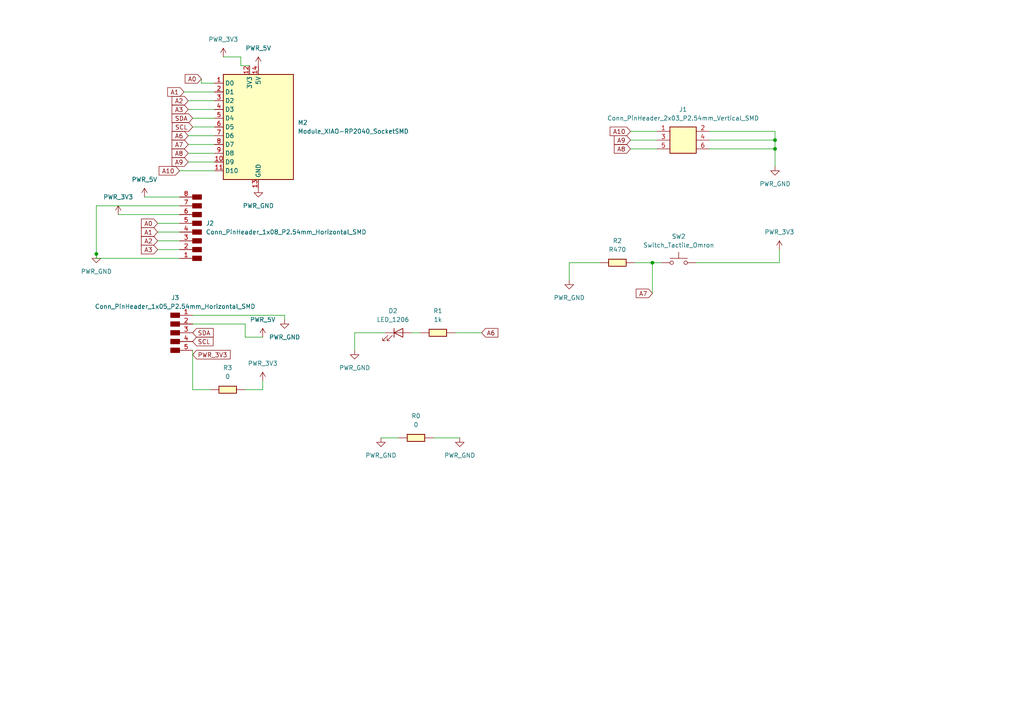
<source format=kicad_sch>
(kicad_sch (version 20231120) (generator "eeschema") (generator_version "8.0")
  (paper "A4")
  (lib_symbols
    (symbol "fab:Conn_PinHeader_1x05_P2.54mm_Horizontal_SMD" (pin_names hide)
      (property "Reference" "J" (at 0 7.62 0))
      (property "Value" "Conn_PinHeader_1x05_P2.54mm_Horizontal_SMD" (at 0 -7.62 0))
      (symbol "Conn_PinHeader_1x05_P2.54mm_Horizontal_SMD_1_1"
        (rectangle (start -1.27 -4.445) (end 1.27 -5.715) (stroke (width 0.254)) (fill (type outline)))
        (rectangle (start -1.27 -1.905) (end 1.27 -3.175) (stroke (width 0.254)) (fill (type outline)))
        (rectangle (start -1.27 0.635) (end 1.27 -0.635) (stroke (width 0.254)) (fill (type outline)))
        (rectangle (start -1.27 3.175) (end 1.27 1.905) (stroke (width 0.254)) (fill (type outline)))
        (rectangle (start -1.27 5.715) (end 1.27 4.445) (stroke (width 0.254)) (fill (type outline)))
        (pin passive line (at 5.08 5.08 180) (length 3.81) (name "Pin_1") (number "1"))
        (pin passive line (at 5.08 2.54 180) (length 3.81) (name "Pin_2") (number "2"))
        (pin passive line (at 5.08 0 180) (length 3.81) (name "Pin_3") (number "3"))
        (pin passive line (at 5.08 -2.54 180) (length 3.81) (name "Pin_4") (number "4"))
        (pin passive line (at 5.08 -5.08 180) (length 3.81) (name "Pin_5") (number "5"))
      )
    )
    (symbol "fab:Conn_PinHeader_1x08_P2.54mm_Horizontal_SMD" (pin_names hide)
      (property "Reference" "J" (at 0 10.16 0))
      (property "Value" "Conn_PinHeader_1x08_P2.54mm_Horizontal_SMD" (at 0 -12.7 0))
      (symbol "Conn_PinHeader_1x08_P2.54mm_Horizontal_SMD_1_1"
        (rectangle (start -1.27 -9.525) (end 1.27 -10.795) (stroke (width 0.254)) (fill (type outline)))
        (rectangle (start -1.27 -6.985) (end 1.27 -8.255) (stroke (width 0.254)) (fill (type outline)))
        (rectangle (start -1.27 -4.445) (end 1.27 -5.715) (stroke (width 0.254)) (fill (type outline)))
        (rectangle (start -1.27 -1.905) (end 1.27 -3.175) (stroke (width 0.254)) (fill (type outline)))
        (rectangle (start -1.27 0.635) (end 1.27 -0.635) (stroke (width 0.254)) (fill (type outline)))
        (rectangle (start -1.27 3.175) (end 1.27 1.905) (stroke (width 0.254)) (fill (type outline)))
        (rectangle (start -1.27 5.715) (end 1.27 4.445) (stroke (width 0.254)) (fill (type outline)))
        (rectangle (start -1.27 8.255) (end 1.27 6.985) (stroke (width 0.254)) (fill (type outline)))
        (pin passive line (at 5.08 7.62 180) (length 3.81) (name "Pin_1") (number "1"))
        (pin passive line (at 5.08 5.08 180) (length 3.81) (name "Pin_2") (number "2"))
        (pin passive line (at 5.08 2.54 180) (length 3.81) (name "Pin_3") (number "3"))
        (pin passive line (at 5.08 0 180) (length 3.81) (name "Pin_4") (number "4"))
        (pin passive line (at 5.08 -2.54 180) (length 3.81) (name "Pin_5") (number "5"))
        (pin passive line (at 5.08 -5.08 180) (length 3.81) (name "Pin_6") (number "6"))
        (pin passive line (at 5.08 -7.62 180) (length 3.81) (name "Pin_7") (number "7"))
        (pin passive line (at 5.08 -10.16 180) (length 3.81) (name "Pin_8") (number "8"))
      )
    )
    (symbol "fab:Conn_PinHeader_2x03_P2.54mm_Vertical_SMD" (pin_names hide)
      (property "Reference" "J" (at 0 5.08 0))
      (property "Value" "Conn_PinHeader_2x03_P2.54mm_Vertical_SMD" (at 0 -5.08 0))
      (symbol "Conn_PinHeader_2x03_P2.54mm_Vertical_SMD_1_1"
        (rectangle (start -3.81 3.81) (end 3.81 -3.81) (stroke (width 0.254)) (fill (type background)))
        (pin passive line (at -7.62 2.54 0) (length 3.81) (name "Pin_1") (number "1"))
        (pin passive line (at 7.62 2.54 180) (length 3.81) (name "Pin_2") (number "2"))
        (pin passive line (at -7.62 0 0) (length 3.81) (name "Pin_3") (number "3"))
        (pin passive line (at 7.62 0 180) (length 3.81) (name "Pin_4") (number "4"))
        (pin passive line (at -7.62 -2.54 0) (length 3.81) (name "Pin_5") (number "5"))
        (pin passive line (at 7.62 -2.54 180) (length 3.81) (name "Pin_6") (number "6"))
      )
    )
    (symbol "fab:LED_1206" (pin_numbers hide) (pin_names (offset 1.016) hide)
      (property "Reference" "D" (at 0 2.54 0))
      (property "Value" "LED_1206" (at 0 -2.54 0))
      (symbol "LED_1206_0_1"
        (polyline (pts (xy -1.27 -1.27) (xy -1.27 1.27)) (stroke (width 0.2032)))
        (polyline (pts (xy -1.27 0) (xy 1.27 0)))
        (polyline (pts (xy 1.27 -1.27) (xy 1.27 1.27) (xy -1.27 0) (xy 1.27 -1.27)) (stroke (width 0.2032)))
        (polyline (pts (xy -3.048 -0.762) (xy -4.572 -2.286) (xy -3.81 -2.286) (xy -4.572 -2.286) (xy -4.572 -1.524)))
        (polyline (pts (xy -1.778 -0.762) (xy -3.302 -2.286) (xy -2.54 -2.286) (xy -3.302 -2.286) (xy -3.302 -1.524)))
      )
      (symbol "LED_1206_1_1"
        (pin passive line (at -3.81 0 0) (length 2.54) (name "K") (number "1"))
        (pin passive line (at 3.81 0 180) (length 2.54) (name "A") (number "2"))
      )
    )
    (symbol "fab:Module_XIAO-RP2040_SocketSMD"
      (property "Reference" "M" (at -10.16 16.51 0))
      (property "Value" "Module_XIAO-RP2040_SocketSMD" (at 1.27 16.51 0))
      (symbol "Module_XIAO-RP2040_SocketSMD_1_1"
        (rectangle (start -10.16 15.24) (end 10.16 -15.24) (stroke (width 0.254)) (fill (type background)))
        (pin bidirectional line (at -12.7 12.7 0) (length 2.54) (name "D0") (number "1"))
        (pin bidirectional line (at -12.7 -10.16 0) (length 2.54) (name "D9") (number "10"))
        (pin bidirectional line (at -12.7 -12.7 0) (length 2.54) (name "D10") (number "11"))
        (pin power_in line (at -2.54 17.78 270) (length 2.54) (name "3V3") (number "12"))
        (pin power_in line (at 0 -17.78 90) (length 2.54) (name "GND") (number "13"))
        (pin power_in line (at 0 17.78 270) (length 2.54) (name "5V") (number "14"))
        (pin bidirectional line (at -12.7 10.16 0) (length 2.54) (name "D1") (number "2"))
        (pin bidirectional line (at -12.7 7.62 0) (length 2.54) (name "D2") (number "3"))
        (pin bidirectional line (at -12.7 5.08 0) (length 2.54) (name "D3") (number "4"))
        (pin bidirectional line (at -12.7 2.54 0) (length 2.54) (name "D4") (number "5"))
        (pin bidirectional line (at -12.7 0 0) (length 2.54) (name "D5") (number "6"))
        (pin bidirectional line (at -12.7 -2.54 0) (length 2.54) (name "D6") (number "7"))
        (pin bidirectional line (at -12.7 -5.08 0) (length 2.54) (name "D7") (number "8"))
        (pin bidirectional line (at -12.7 -7.62 0) (length 2.54) (name "D8") (number "9"))
      )
    )
    (symbol "fab:PWR_3V3" (power) (pin_names (offset 0))
      (property "Value" "PWR_3V3" (at 0 3.556 0))
      (symbol "PWR_3V3_0_1"
        (polyline (pts (xy -0.762 1.27) (xy 0 2.54)))
        (polyline (pts (xy 0 0) (xy 0 2.54)))
        (polyline (pts (xy 0 2.54) (xy 0.762 1.27)))
      )
      (symbol "PWR_3V3_1_1"
        (pin power_in line (at 0 0 90) (length 0) hide (name "PWR_3V3") (number "1"))
      )
    )
    (symbol "fab:PWR_5V" (power) (pin_names (offset 0))
      (property "Value" "PWR_5V" (at 0 3.556 0))
      (symbol "PWR_5V_0_1"
        (polyline (pts (xy -0.762 1.27) (xy 0 2.54)))
        (polyline (pts (xy 0 0) (xy 0 2.54)))
        (polyline (pts (xy 0 2.54) (xy 0.762 1.27)))
      )
      (symbol "PWR_5V_1_1"
        (pin power_in line (at 0 0 90) (length 0) hide (name "PWR_5V") (number "1"))
      )
    )
    (symbol "fab:PWR_GND" (power) (pin_names (offset 0))
      (property "Value" "PWR_GND" (at 0 -3.81 0))
      (symbol "PWR_GND_0_1"
        (polyline (pts (xy 0 0) (xy 0 -1.27) (xy 1.27 -1.27) (xy 0 -2.54) (xy -1.27 -1.27) (xy 0 -1.27)))
      )
      (symbol "PWR_GND_1_1"
        (pin power_in line (at 0 0 270) (length 0) hide (name "PWR_GND") (number "1"))
      )
    )
    (symbol "fab:R_1206" (pin_numbers hide) (pin_names (offset 0))
      (property "Reference" "R" (at 2.54 0 90))
      (property "Value" "R_1206" (at -2.54 0 90))
      (symbol "R_1206_0_1"
        (rectangle (start -1.016 -2.54) (end 1.016 2.54) (stroke (width 0.254)) (fill (type background)))
      )
      (symbol "R_1206_1_1"
        (pin passive line (at 0 5.08 270) (length 2.54) (name "~") (number "1"))
        (pin passive line (at 0 -5.08 90) (length 2.54) (name "~") (number "2"))
      )
    )
    (symbol "fab:Switch_Tactile_Omron" (pin_numbers hide) (pin_names (offset 1.016) hide)
      (property "Reference" "SW" (at 1.27 2.54 0))
      (property "Value" "Switch_Tactile_Omron" (at 0 -1.524 0))
      (symbol "Switch_Tactile_Omron_0_1"
        (circle (center -2.032 0) (radius 0.508))
        (polyline (pts (xy 0 1.27) (xy 0 3.048)))
        (polyline (pts (xy 2.54 1.27) (xy -2.54 1.27)))
        (circle (center 2.032 0) (radius 0.508))
        (pin passive line (at -5.08 0 0) (length 2.54) (name "1") (number "1"))
        (pin passive line (at 5.08 0 180) (length 2.54) (name "2") (number "2"))
      )
    )
  )
  (junction (at 189.23 76.2))
  (junction (at 224.79 43.18))
  (junction (at 224.79 40.64))
  (junction (at 27.94 73.66))
  (wire (pts (xy 189.23 85.09) (xy 189.23 76.2)))
  (wire (pts (xy 54.61 39.37) (xy 62.23 39.37)))
  (wire (pts (xy 111.76 96.52) (xy 102.87 96.52)))
  (wire (pts (xy 58.42 24.13) (xy 62.23 24.13)))
  (wire (pts (xy 76.2 113.03) (xy 76.2 110.49)))
  (wire (pts (xy 139.7 96.52) (xy 132.08 96.52)))
  (wire (pts (xy 53.34 26.67) (xy 62.23 26.67)))
  (wire (pts (xy 55.88 36.83) (xy 62.23 36.83)))
  (wire (pts (xy 54.61 31.75) (xy 62.23 31.75)))
  (wire (pts (xy 102.87 96.52) (xy 102.87 101.6)))
  (wire (pts (xy 182.88 38.1) (xy 190.5 38.1)))
  (wire (pts (xy 82.55 91.44) (xy 82.55 92.71)))
  (wire (pts (xy 69.85 19.05) (xy 72.39 19.05)))
  (wire (pts (xy 55.88 34.29) (xy 62.23 34.29)))
  (wire (pts (xy 52.07 49.53) (xy 62.23 49.53)))
  (wire (pts (xy 71.12 93.98) (xy 55.88 93.98)))
  (wire (pts (xy 41.91 57.15) (xy 52.07 57.15)))
  (wire (pts (xy 226.06 76.2) (xy 226.06 72.39)))
  (wire (pts (xy 224.79 40.64) (xy 224.79 38.1)))
  (wire (pts (xy 184.15 76.2) (xy 189.23 76.2)))
  (wire (pts (xy 224.79 43.18) (xy 224.79 48.26)))
  (wire (pts (xy 121.92 96.52) (xy 119.38 96.52)))
  (wire (pts (xy 27.94 74.93) (xy 27.94 73.66)))
  (wire (pts (xy 55.88 91.44) (xy 82.55 91.44)))
  (wire (pts (xy 64.77 16.51) (xy 69.85 16.51)))
  (wire (pts (xy 34.29 62.23) (xy 52.07 62.23)))
  (wire (pts (xy 71.12 97.79) (xy 71.12 93.98)))
  (wire (pts (xy 71.12 97.79) (xy 76.2 97.79)))
  (wire (pts (xy 110.49 127) (xy 115.57 127)))
  (wire (pts (xy 182.88 43.18) (xy 190.5 43.18)))
  (wire (pts (xy 165.1 81.28) (xy 165.1 76.2)))
  (wire (pts (xy 27.94 59.69) (xy 52.07 59.69)))
  (wire (pts (xy 182.88 40.64) (xy 190.5 40.64)))
  (wire (pts (xy 54.61 29.21) (xy 62.23 29.21)))
  (wire (pts (xy 224.79 38.1) (xy 205.74 38.1)))
  (wire (pts (xy 58.42 24.13) (xy 58.42 22.86)))
  (wire (pts (xy 224.79 40.64) (xy 205.74 40.64)))
  (wire (pts (xy 69.85 16.51) (xy 69.85 19.05)))
  (wire (pts (xy 52.07 74.93) (xy 27.94 74.93)))
  (wire (pts (xy 54.61 46.99) (xy 62.23 46.99)))
  (wire (pts (xy 54.61 44.45) (xy 62.23 44.45)))
  (wire (pts (xy 205.74 43.18) (xy 224.79 43.18)))
  (wire (pts (xy 125.73 127) (xy 133.35 127)))
  (wire (pts (xy 224.79 40.64) (xy 224.79 43.18)))
  (wire (pts (xy 45.72 72.39) (xy 52.07 72.39)))
  (wire (pts (xy 54.61 41.91) (xy 62.23 41.91)))
  (wire (pts (xy 45.72 67.31) (xy 52.07 67.31)))
  (wire (pts (xy 165.1 76.2) (xy 173.99 76.2)))
  (wire (pts (xy 45.72 69.85) (xy 52.07 69.85)))
  (wire (pts (xy 27.94 73.66) (xy 27.94 59.69)))
  (wire (pts (xy 60.96 113.03) (xy 55.88 113.03)))
  (wire (pts (xy 71.12 113.03) (xy 76.2 113.03)))
  (wire (pts (xy 55.88 101.6) (xy 55.88 113.03)))
  (wire (pts (xy 45.72 64.77) (xy 52.07 64.77)))
  (wire (pts (xy 189.23 76.2) (xy 191.77 76.2)))
  (wire (pts (xy 201.93 76.2) (xy 226.06 76.2)))
  (global_label "A0" (shape input) (at 58.42 22.86 180) (property "Intersheetrefs" "${INTERSHEET_REFS}" (effects (hide yes))))
  (global_label "PWR_3V3" (shape input) (at 55.88 102.87 0) (property "Intersheetrefs" "${INTERSHEET_REFS}" (effects (hide yes))))
  (global_label "SDA" (shape input) (at 55.88 34.29 180) (property "Intersheetrefs" "${INTERSHEET_REFS}" (effects (hide yes))))
  (global_label "A8" (shape input) (at 182.88 43.18 180) (property "Intersheetrefs" "${INTERSHEET_REFS}" (effects (hide yes))))
  (global_label "SCL" (shape input) (at 55.88 36.83 180) (property "Intersheetrefs" "${INTERSHEET_REFS}" (effects (hide yes))))
  (global_label "A6" (shape input) (at 54.61 39.37 180) (property "Intersheetrefs" "${INTERSHEET_REFS}" (effects (hide yes))))
  (global_label "A10" (shape input) (at 52.07 49.53 180) (property "Intersheetrefs" "${INTERSHEET_REFS}" (effects (hide yes))))
  (global_label "A9" (shape input) (at 54.61 46.99 180) (property "Intersheetrefs" "${INTERSHEET_REFS}" (effects (hide yes))))
  (global_label "A10" (shape input) (at 182.88 38.1 180) (property "Intersheetrefs" "${INTERSHEET_REFS}" (effects (hide yes))))
  (global_label "A1" (shape input) (at 45.72 67.31 180) (property "Intersheetrefs" "${INTERSHEET_REFS}" (effects (hide yes))))
  (global_label "A1" (shape input) (at 53.34 26.67 180) (property "Intersheetrefs" "${INTERSHEET_REFS}" (effects (hide yes))))
  (global_label "A3" (shape input) (at 54.61 31.75 180) (property "Intersheetrefs" "${INTERSHEET_REFS}" (effects (hide yes))))
  (global_label "A3" (shape input) (at 45.72 72.39 180) (property "Intersheetrefs" "${INTERSHEET_REFS}" (effects (hide yes))))
  (global_label "A2" (shape input) (at 54.61 29.21 180) (property "Intersheetrefs" "${INTERSHEET_REFS}" (effects (hide yes))))
  (global_label "A6" (shape input) (at 139.7 96.52 0) (property "Intersheetrefs" "${INTERSHEET_REFS}" (effects (hide yes))))
  (global_label "SDA" (shape input) (at 55.88 96.52 0) (property "Intersheetrefs" "${INTERSHEET_REFS}" (effects (hide yes))))
  (global_label "A2" (shape input) (at 45.72 69.85 180) (property "Intersheetrefs" "${INTERSHEET_REFS}" (effects (hide yes))))
  (global_label "A9" (shape input) (at 182.88 40.64 180) (property "Intersheetrefs" "${INTERSHEET_REFS}" (effects (hide yes))))
  (global_label "A0" (shape input) (at 45.72 64.77 180) (property "Intersheetrefs" "${INTERSHEET_REFS}" (effects (hide yes))))
  (global_label "A7" (shape input) (at 189.23 85.09 180) (property "Intersheetrefs" "${INTERSHEET_REFS}" (effects (hide yes))))
  (global_label "A8" (shape input) (at 54.61 44.45 180) (property "Intersheetrefs" "${INTERSHEET_REFS}" (effects (hide yes))))
  (global_label "A7" (shape input) (at 54.61 41.91 180) (property "Intersheetrefs" "${INTERSHEET_REFS}" (effects (hide yes))))
  (global_label "SCL" (shape input) (at 55.88 99.06 0) (property "Intersheetrefs" "${INTERSHEET_REFS}" (effects (hide yes))))
  (symbol (lib_id "fab:R_1206") (at 120.65 127 270) (unit 1)
    (property "Reference" "R0" (at 120.65 120.65 90))
    (property "Value" "0" (at 120.65 123.19 90))
    (property "Footprint" "fab_footprints:R_1206" (effects (hide yes)))
    (property "Description" "Resistor" (effects (hide yes)))
  )
  (symbol (lib_id "fab:PWR_GND") (at 133.35 127 0) (unit 1)
    (property "Reference" "#PWR09" (effects (hide yes)))
    (property "Value" "PWR_GND" (at 133.35 132.08 0))
    (property "Description" "Power symbol creates a global label with name \"GND\" , ground" (effects (hide yes)))
  )
  (symbol (lib_id "fab:PWR_5V") (at 76.2 97.79 0) (unit 1)
    (property "Reference" "#PWR05" (effects (hide yes)))
    (property "Value" "PWR_5V" (at 76.2 92.71 0))
    (property "Description" "Power symbol creates a global label with name \"+5V\"" (effects (hide yes)))
  )
  (symbol (lib_id "fab:R_1206") (at 66.04 113.03 270) (unit 1)
    (property "Reference" "R3" (at 66.04 106.68 90))
    (property "Value" "0" (at 66.04 109.22 90))
    (property "Footprint" "fab_footprints:R_1206" (effects (hide yes)))
    (property "Description" "Resistor" (effects (hide yes)))
  )
  (symbol (lib_id "fab:Module_XIAO-RP2040_SocketSMD") (at 74.93 36.83 0) (unit 1)
    (property "Reference" "M2" (at 86.36 35.5599 0) (effects (justify left)))
    (property "Value" "Module_XIAO-RP2040_SocketSMD" (at 86.36 38.0999 0) (effects (justify left)))
    (property "Footprint" "fab_footprints:SeeedStudio_XIAO_SocketSMD" (effects (hide yes)))
    (property "Datasheet" "https://wiki.seeedstudio.com/XIAO-RP2040/" (effects (hide yes)))
    (property "Description" "RP2040 XIAO RP2040 - ARM® Cortex®-M0+ MCU 32-Bit Embedded Evaluation Board SMD Socket (Female Header)" (effects (hide yes)))
  )
  (symbol (lib_id "fab:R_1206") (at 179.07 76.2 90) (unit 1)
    (property "Reference" "R2" (at 179.07 69.85 90))
    (property "Value" "R470" (at 179.07 72.39 90))
    (property "Footprint" "fab_footprints:R_1206" (effects (hide yes)))
    (property "Description" "Resistor" (effects (hide yes)))
  )
  (symbol (lib_id "fab:R_1206") (at 127 96.52 90) (unit 1)
    (property "Reference" "R1" (at 127 90.17 90))
    (property "Value" "1k" (at 127 92.71 90))
    (property "Footprint" "fab_footprints:R_1206" (effects (hide yes)))
    (property "Description" "Resistor" (effects (hide yes)))
  )
  (symbol (lib_id "fab:PWR_GND") (at 82.55 92.71 0) (unit 1)
    (property "Reference" "#PWR04" (effects (hide yes)))
    (property "Value" "PWR_GND" (at 82.55 97.79 0))
    (property "Description" "Power symbol creates a global label with name \"GND\" , ground" (effects (hide yes)))
  )
  (symbol (lib_id "fab:PWR_GND") (at 102.87 101.6 0) (unit 1)
    (property "Reference" "#PWR07" (effects (hide yes)))
    (property "Value" "PWR_GND" (at 102.87 106.68 0))
    (property "Description" "Power symbol creates a global label with name \"GND\" , ground" (effects (hide yes)))
  )
  (symbol (lib_id "fab:PWR_GND") (at 224.79 48.26 0) (unit 1)
    (property "Reference" "#PWR02" (effects (hide yes)))
    (property "Value" "PWR_GND" (at 224.79 53.34 0))
    (property "Description" "Power symbol creates a global label with name \"GND\" , ground" (effects (hide yes)))
  )
  (symbol (lib_id "fab:PWR_3V3") (at 34.29 62.23 0) (unit 1)
    (property "Reference" "#PWR012" (effects (hide yes)))
    (property "Value" "PWR_3V3" (at 34.29 57.15 0))
    (property "Description" "Power symbol creates a global label with name \"+3V3\"" (effects (hide yes)))
  )
  (symbol (lib_id "fab:PWR_GND") (at 74.93 54.61 0) (unit 1)
    (property "Reference" "#PWR01" (effects (hide yes)))
    (property "Value" "PWR_GND" (at 74.93 59.69 0))
    (property "Description" "Power symbol creates a global label with name \"GND\" , ground" (effects (hide yes)))
  )
  (symbol (lib_id "fab:PWR_GND") (at 27.94 73.66 0) (unit 1)
    (property "Reference" "#PWR03" (effects (hide yes)))
    (property "Value" "PWR_GND" (at 27.94 78.74 0))
    (property "Description" "Power symbol creates a global label with name \"GND\" , ground" (effects (hide yes)))
  )
  (symbol (lib_id "fab:PWR_3V3") (at 226.06 72.39 0) (unit 1)
    (property "Reference" "#PWR011" (effects (hide yes)))
    (property "Value" "PWR_3V3" (at 226.06 67.31 0))
    (property "Description" "Power symbol creates a global label with name \"+3V3\"" (effects (hide yes)))
  )
  (symbol (lib_id "fab:LED_1206") (at 115.57 96.52 0) (unit 1)
    (property "Reference" "D2" (at 113.9698 90.17 0))
    (property "Value" "LED_1206" (at 113.9698 92.71 0))
    (property "Footprint" "fab_footprints:LED_1206" (effects (hide yes)))
    (property "Datasheet" "https://optoelectronics.liteon.com/upload/download/DS-22-98-0002/LTST-C150CKT.pdf" (effects (hide yes)))
    (property "Description" "Light emitting diode, Lite-On Inc. LTST, SMD" (effects (hide yes)))
  )
  (symbol (lib_id "fab:PWR_5V") (at 41.91 57.15 0) (unit 1)
    (property "Reference" "#PWR015" (effects (hide yes)))
    (property "Value" "PWR_5V" (at 41.91 52.07 0))
    (property "Description" "Power symbol creates a global label with name \"+5V\"" (effects (hide yes)))
  )
  (symbol (lib_id "fab:PWR_3V3") (at 76.2 110.49 0) (unit 1)
    (property "Reference" "#PWR06" (effects (hide yes)))
    (property "Value" "PWR_3V3" (at 76.2 105.41 0))
    (property "Description" "Power symbol creates a global label with name \"+3V3\"" (effects (hide yes)))
  )
  (symbol (lib_id "fab:Switch_Tactile_Omron") (at 196.85 76.2 0) (unit 1)
    (property "Reference" "SW2" (at 196.85 68.58 0))
    (property "Value" "Switch_Tactile_Omron" (at 196.85 71.12 0))
    (property "Footprint" "fab_footprints:Button_Omron_B3SN_6.0x6.0mm" (effects (hide yes)))
    (property "Datasheet" "https://omronfs.omron.com/en_US/ecb/products/pdf/en-b3sn.pdf" (effects (hide yes)))
    (property "Description" "Push button switch, Omron, B3SN, Sealed Tactile Switch (SMT), SPST-NO Top Actuated Surface Mount" (effects (hide yes)))
  )
  (symbol (lib_id "fab:Conn_PinHeader_1x08_P2.54mm_Horizontal_SMD") (at 57.15 67.31 180) (unit 1)
    (property "Reference" "J2" (at 59.69 64.7699 0) (effects (justify right)))
    (property "Value" "Conn_PinHeader_1x08_P2.54mm_Horizontal_SMD" (at 59.69 67.3099 0) (effects (justify right)))
    (property "Footprint" "fab_footprints:PinHeader_1x08_P2.54mm_Horizontal_SMD" (effects (hide yes)))
    (property "Description" "Male connector, single row" (effects (hide yes)))
  )
  (symbol (lib_id "fab:PWR_GND") (at 165.1 81.28 0) (unit 1)
    (property "Reference" "#PWR010" (effects (hide yes)))
    (property "Value" "PWR_GND" (at 165.1 86.36 0))
    (property "Description" "Power symbol creates a global label with name \"GND\" , ground" (effects (hide yes)))
  )
  (symbol (lib_id "fab:Conn_PinHeader_2x03_P2.54mm_Vertical_SMD") (at 198.12 40.64 0) (unit 1)
    (property "Reference" "J1" (at 198.12 31.75 0))
    (property "Value" "Conn_PinHeader_2x03_P2.54mm_Vertical_SMD" (at 198.12 34.29 0))
    (property "Footprint" "fab_footprints:PinHeader_2x03_P2.54mm_Vertical_SMD" (effects (hide yes)))
    (property "Datasheet" "https://cdn.amphenol-icc.com/media/wysiwyg/files/drawing/95278.pdf" (effects (hide yes)))
    (property "Description" "Connector Header Surface Mount 6 position 0.100\" (2.54mm)" (effects (hide yes)))
  )
  (symbol (lib_id "fab:Conn_PinHeader_1x05_P2.54mm_Horizontal_SMD") (at 50.8 96.52 0) (unit 1)
    (property "Reference" "J3" (at 50.8 86.36 0))
    (property "Value" "Conn_PinHeader_1x05_P2.54mm_Horizontal_SMD" (at 50.8 88.9 0))
    (property "Footprint" "fab_footprints:PinHeader_1x05_P2.54mm_Horizontal_SMD" (effects (hide yes)))
    (property "Description" "Male connector, single row" (effects (hide yes)))
  )
  (symbol (lib_id "fab:PWR_GND") (at 110.49 127 0) (unit 1)
    (property "Reference" "#PWR08" (effects (hide yes)))
    (property "Value" "PWR_GND" (at 110.49 132.08 0))
    (property "Description" "Power symbol creates a global label with name \"GND\" , ground" (effects (hide yes)))
  )
  (symbol (lib_id "fab:PWR_3V3") (at 64.77 16.51 0) (unit 1)
    (property "Reference" "#PWR013" (effects (hide yes)))
    (property "Value" "PWR_3V3" (at 64.77 11.43 0))
    (property "Description" "Power symbol creates a global label with name \"+3V3\"" (effects (hide yes)))
  )
  (symbol (lib_id "fab:PWR_5V") (at 74.93 19.05 0) (unit 1)
    (property "Reference" "#PWR014" (effects (hide yes)))
    (property "Value" "PWR_5V" (at 74.93 13.97 0))
    (property "Description" "Power symbol creates a global label with name \"+5V\"" (effects (hide yes)))
  )
)
</source>
